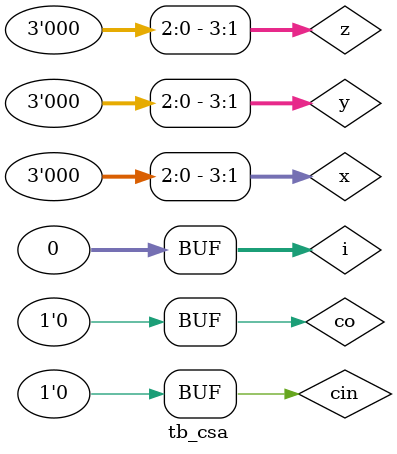
<source format=v>
module tb_csa; 
reg [3:0]x,y,z; 
reg cin,co; 
wire [4:0]sum; 
wire cout; 
integer i=0; 
initial begin 
        cin=0; 
        co=0; 
    repeat(9) begin 
        x=$random; 
y=$random; 
z=$random; 
#10; 
i=i+1; 
end 
end 
csa csa1(x,y,z,cin,co,sum,cout); 
endmodule 
</source>
